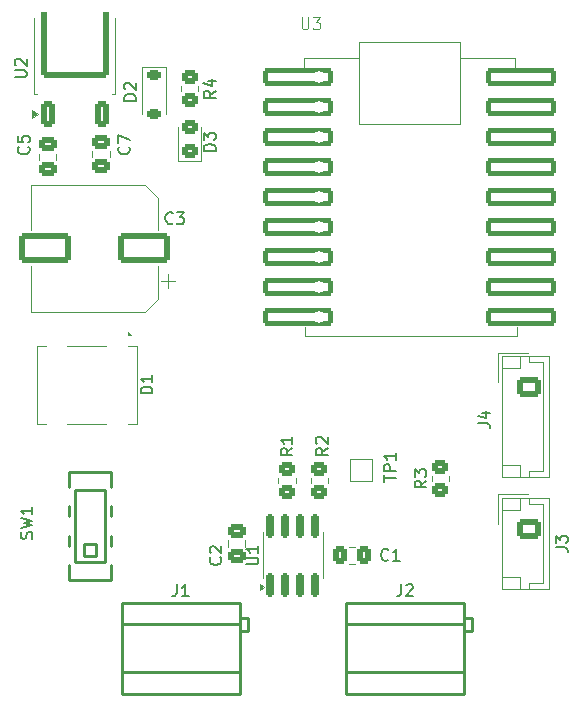
<source format=gbr>
%TF.GenerationSoftware,KiCad,Pcbnew,9.0.2*%
%TF.CreationDate,2025-07-25T15:36:06+01:00*%
%TF.ProjectId,doorbell_pcb_v2,646f6f72-6265-46c6-9c5f-7063625f7632,rev?*%
%TF.SameCoordinates,Original*%
%TF.FileFunction,Legend,Top*%
%TF.FilePolarity,Positive*%
%FSLAX46Y46*%
G04 Gerber Fmt 4.6, Leading zero omitted, Abs format (unit mm)*
G04 Created by KiCad (PCBNEW 9.0.2) date 2025-07-25 15:36:06*
%MOMM*%
%LPD*%
G01*
G04 APERTURE LIST*
G04 Aperture macros list*
%AMRoundRect*
0 Rectangle with rounded corners*
0 $1 Rounding radius*
0 $2 $3 $4 $5 $6 $7 $8 $9 X,Y pos of 4 corners*
0 Add a 4 corners polygon primitive as box body*
4,1,4,$2,$3,$4,$5,$6,$7,$8,$9,$2,$3,0*
0 Add four circle primitives for the rounded corners*
1,1,$1+$1,$2,$3*
1,1,$1+$1,$4,$5*
1,1,$1+$1,$6,$7*
1,1,$1+$1,$8,$9*
0 Add four rect primitives between the rounded corners*
20,1,$1+$1,$2,$3,$4,$5,0*
20,1,$1+$1,$4,$5,$6,$7,0*
20,1,$1+$1,$6,$7,$8,$9,0*
20,1,$1+$1,$8,$9,$2,$3,0*%
G04 Aperture macros list end*
%ADD10C,0.150000*%
%ADD11C,0.100000*%
%ADD12C,0.120000*%
%ADD13C,0.250000*%
%ADD14RoundRect,0.250000X0.475000X-0.337500X0.475000X0.337500X-0.475000X0.337500X-0.475000X-0.337500X0*%
%ADD15RoundRect,0.250000X0.450000X-0.350000X0.450000X0.350000X-0.450000X0.350000X-0.450000X-0.350000X0*%
%ADD16C,4.400000*%
%ADD17RoundRect,0.250000X-0.337500X-0.475000X0.337500X-0.475000X0.337500X0.475000X-0.337500X0.475000X0*%
%ADD18RoundRect,0.250000X-0.750000X0.600000X-0.750000X-0.600000X0.750000X-0.600000X0.750000X0.600000X0*%
%ADD19O,2.000000X1.700000*%
%ADD20RoundRect,0.250000X0.450000X-0.325000X0.450000X0.325000X-0.450000X0.325000X-0.450000X-0.325000X0*%
%ADD21RoundRect,0.250000X1.950000X1.000000X-1.950000X1.000000X-1.950000X-1.000000X1.950000X-1.000000X0*%
%ADD22R,2.000000X1.200000*%
%ADD23R,1.300000X1.500000*%
%ADD24RoundRect,0.150000X0.150000X-0.825000X0.150000X0.825000X-0.150000X0.825000X-0.150000X-0.825000X0*%
%ADD25C,2.200000*%
%ADD26RoundRect,0.250000X-0.475000X0.337500X-0.475000X-0.337500X0.475000X-0.337500X0.475000X0.337500X0*%
%ADD27RoundRect,0.250000X0.350000X-0.850000X0.350000X0.850000X-0.350000X0.850000X-0.350000X-0.850000X0*%
%ADD28RoundRect,0.249997X2.650003X-2.950003X2.650003X2.950003X-2.650003X2.950003X-2.650003X-2.950003X0*%
%ADD29RoundRect,0.250000X-0.725000X0.600000X-0.725000X-0.600000X0.725000X-0.600000X0.725000X0.600000X0*%
%ADD30O,1.950000X1.700000*%
%ADD31RoundRect,0.225000X2.775000X0.525000X-2.775000X0.525000X-2.775000X-0.525000X2.775000X-0.525000X0*%
%ADD32C,1.000000*%
%ADD33RoundRect,0.225000X-2.775000X-0.525000X2.775000X-0.525000X2.775000X0.525000X-2.775000X0.525000X0*%
%ADD34RoundRect,0.250000X-0.450000X0.350000X-0.450000X-0.350000X0.450000X-0.350000X0.450000X0.350000X0*%
%ADD35R,1.500000X1.500000*%
%ADD36RoundRect,0.225000X-0.375000X0.225000X-0.375000X-0.225000X0.375000X-0.225000X0.375000X0.225000X0*%
G04 APERTURE END LIST*
D10*
X143859580Y-116166666D02*
X143907200Y-116214285D01*
X143907200Y-116214285D02*
X143954819Y-116357142D01*
X143954819Y-116357142D02*
X143954819Y-116452380D01*
X143954819Y-116452380D02*
X143907200Y-116595237D01*
X143907200Y-116595237D02*
X143811961Y-116690475D01*
X143811961Y-116690475D02*
X143716723Y-116738094D01*
X143716723Y-116738094D02*
X143526247Y-116785713D01*
X143526247Y-116785713D02*
X143383390Y-116785713D01*
X143383390Y-116785713D02*
X143192914Y-116738094D01*
X143192914Y-116738094D02*
X143097676Y-116690475D01*
X143097676Y-116690475D02*
X143002438Y-116595237D01*
X143002438Y-116595237D02*
X142954819Y-116452380D01*
X142954819Y-116452380D02*
X142954819Y-116357142D01*
X142954819Y-116357142D02*
X143002438Y-116214285D01*
X143002438Y-116214285D02*
X143050057Y-116166666D01*
X143050057Y-115785713D02*
X143002438Y-115738094D01*
X143002438Y-115738094D02*
X142954819Y-115642856D01*
X142954819Y-115642856D02*
X142954819Y-115404761D01*
X142954819Y-115404761D02*
X143002438Y-115309523D01*
X143002438Y-115309523D02*
X143050057Y-115261904D01*
X143050057Y-115261904D02*
X143145295Y-115214285D01*
X143145295Y-115214285D02*
X143240533Y-115214285D01*
X143240533Y-115214285D02*
X143383390Y-115261904D01*
X143383390Y-115261904D02*
X143954819Y-115833332D01*
X143954819Y-115833332D02*
X143954819Y-115214285D01*
X143454819Y-76666666D02*
X142978628Y-76999999D01*
X143454819Y-77238094D02*
X142454819Y-77238094D01*
X142454819Y-77238094D02*
X142454819Y-76857142D01*
X142454819Y-76857142D02*
X142502438Y-76761904D01*
X142502438Y-76761904D02*
X142550057Y-76714285D01*
X142550057Y-76714285D02*
X142645295Y-76666666D01*
X142645295Y-76666666D02*
X142788152Y-76666666D01*
X142788152Y-76666666D02*
X142883390Y-76714285D01*
X142883390Y-76714285D02*
X142931009Y-76761904D01*
X142931009Y-76761904D02*
X142978628Y-76857142D01*
X142978628Y-76857142D02*
X142978628Y-77238094D01*
X142788152Y-75809523D02*
X143454819Y-75809523D01*
X142407200Y-76047618D02*
X143121485Y-76285713D01*
X143121485Y-76285713D02*
X143121485Y-75666666D01*
X161304819Y-109666666D02*
X160828628Y-109999999D01*
X161304819Y-110238094D02*
X160304819Y-110238094D01*
X160304819Y-110238094D02*
X160304819Y-109857142D01*
X160304819Y-109857142D02*
X160352438Y-109761904D01*
X160352438Y-109761904D02*
X160400057Y-109714285D01*
X160400057Y-109714285D02*
X160495295Y-109666666D01*
X160495295Y-109666666D02*
X160638152Y-109666666D01*
X160638152Y-109666666D02*
X160733390Y-109714285D01*
X160733390Y-109714285D02*
X160781009Y-109761904D01*
X160781009Y-109761904D02*
X160828628Y-109857142D01*
X160828628Y-109857142D02*
X160828628Y-110238094D01*
X160304819Y-109333332D02*
X160304819Y-108714285D01*
X160304819Y-108714285D02*
X160685771Y-109047618D01*
X160685771Y-109047618D02*
X160685771Y-108904761D01*
X160685771Y-108904761D02*
X160733390Y-108809523D01*
X160733390Y-108809523D02*
X160781009Y-108761904D01*
X160781009Y-108761904D02*
X160876247Y-108714285D01*
X160876247Y-108714285D02*
X161114342Y-108714285D01*
X161114342Y-108714285D02*
X161209580Y-108761904D01*
X161209580Y-108761904D02*
X161257200Y-108809523D01*
X161257200Y-108809523D02*
X161304819Y-108904761D01*
X161304819Y-108904761D02*
X161304819Y-109190475D01*
X161304819Y-109190475D02*
X161257200Y-109285713D01*
X161257200Y-109285713D02*
X161209580Y-109333332D01*
X149954819Y-106916666D02*
X149478628Y-107249999D01*
X149954819Y-107488094D02*
X148954819Y-107488094D01*
X148954819Y-107488094D02*
X148954819Y-107107142D01*
X148954819Y-107107142D02*
X149002438Y-107011904D01*
X149002438Y-107011904D02*
X149050057Y-106964285D01*
X149050057Y-106964285D02*
X149145295Y-106916666D01*
X149145295Y-106916666D02*
X149288152Y-106916666D01*
X149288152Y-106916666D02*
X149383390Y-106964285D01*
X149383390Y-106964285D02*
X149431009Y-107011904D01*
X149431009Y-107011904D02*
X149478628Y-107107142D01*
X149478628Y-107107142D02*
X149478628Y-107488094D01*
X149954819Y-105964285D02*
X149954819Y-106535713D01*
X149954819Y-106249999D02*
X148954819Y-106249999D01*
X148954819Y-106249999D02*
X149097676Y-106345237D01*
X149097676Y-106345237D02*
X149192914Y-106440475D01*
X149192914Y-106440475D02*
X149240533Y-106535713D01*
X158083333Y-116359580D02*
X158035714Y-116407200D01*
X158035714Y-116407200D02*
X157892857Y-116454819D01*
X157892857Y-116454819D02*
X157797619Y-116454819D01*
X157797619Y-116454819D02*
X157654762Y-116407200D01*
X157654762Y-116407200D02*
X157559524Y-116311961D01*
X157559524Y-116311961D02*
X157511905Y-116216723D01*
X157511905Y-116216723D02*
X157464286Y-116026247D01*
X157464286Y-116026247D02*
X157464286Y-115883390D01*
X157464286Y-115883390D02*
X157511905Y-115692914D01*
X157511905Y-115692914D02*
X157559524Y-115597676D01*
X157559524Y-115597676D02*
X157654762Y-115502438D01*
X157654762Y-115502438D02*
X157797619Y-115454819D01*
X157797619Y-115454819D02*
X157892857Y-115454819D01*
X157892857Y-115454819D02*
X158035714Y-115502438D01*
X158035714Y-115502438D02*
X158083333Y-115550057D01*
X159035714Y-116454819D02*
X158464286Y-116454819D01*
X158750000Y-116454819D02*
X158750000Y-115454819D01*
X158750000Y-115454819D02*
X158654762Y-115597676D01*
X158654762Y-115597676D02*
X158559524Y-115692914D01*
X158559524Y-115692914D02*
X158464286Y-115740533D01*
X172254819Y-115333333D02*
X172969104Y-115333333D01*
X172969104Y-115333333D02*
X173111961Y-115380952D01*
X173111961Y-115380952D02*
X173207200Y-115476190D01*
X173207200Y-115476190D02*
X173254819Y-115619047D01*
X173254819Y-115619047D02*
X173254819Y-115714285D01*
X172254819Y-114952380D02*
X172254819Y-114333333D01*
X172254819Y-114333333D02*
X172635771Y-114666666D01*
X172635771Y-114666666D02*
X172635771Y-114523809D01*
X172635771Y-114523809D02*
X172683390Y-114428571D01*
X172683390Y-114428571D02*
X172731009Y-114380952D01*
X172731009Y-114380952D02*
X172826247Y-114333333D01*
X172826247Y-114333333D02*
X173064342Y-114333333D01*
X173064342Y-114333333D02*
X173159580Y-114380952D01*
X173159580Y-114380952D02*
X173207200Y-114428571D01*
X173207200Y-114428571D02*
X173254819Y-114523809D01*
X173254819Y-114523809D02*
X173254819Y-114809523D01*
X173254819Y-114809523D02*
X173207200Y-114904761D01*
X173207200Y-114904761D02*
X173159580Y-114952380D01*
X143454819Y-81738094D02*
X142454819Y-81738094D01*
X142454819Y-81738094D02*
X142454819Y-81499999D01*
X142454819Y-81499999D02*
X142502438Y-81357142D01*
X142502438Y-81357142D02*
X142597676Y-81261904D01*
X142597676Y-81261904D02*
X142692914Y-81214285D01*
X142692914Y-81214285D02*
X142883390Y-81166666D01*
X142883390Y-81166666D02*
X143026247Y-81166666D01*
X143026247Y-81166666D02*
X143216723Y-81214285D01*
X143216723Y-81214285D02*
X143311961Y-81261904D01*
X143311961Y-81261904D02*
X143407200Y-81357142D01*
X143407200Y-81357142D02*
X143454819Y-81499999D01*
X143454819Y-81499999D02*
X143454819Y-81738094D01*
X142454819Y-80833332D02*
X142454819Y-80214285D01*
X142454819Y-80214285D02*
X142835771Y-80547618D01*
X142835771Y-80547618D02*
X142835771Y-80404761D01*
X142835771Y-80404761D02*
X142883390Y-80309523D01*
X142883390Y-80309523D02*
X142931009Y-80261904D01*
X142931009Y-80261904D02*
X143026247Y-80214285D01*
X143026247Y-80214285D02*
X143264342Y-80214285D01*
X143264342Y-80214285D02*
X143359580Y-80261904D01*
X143359580Y-80261904D02*
X143407200Y-80309523D01*
X143407200Y-80309523D02*
X143454819Y-80404761D01*
X143454819Y-80404761D02*
X143454819Y-80690475D01*
X143454819Y-80690475D02*
X143407200Y-80785713D01*
X143407200Y-80785713D02*
X143359580Y-80833332D01*
X139833333Y-87859580D02*
X139785714Y-87907200D01*
X139785714Y-87907200D02*
X139642857Y-87954819D01*
X139642857Y-87954819D02*
X139547619Y-87954819D01*
X139547619Y-87954819D02*
X139404762Y-87907200D01*
X139404762Y-87907200D02*
X139309524Y-87811961D01*
X139309524Y-87811961D02*
X139261905Y-87716723D01*
X139261905Y-87716723D02*
X139214286Y-87526247D01*
X139214286Y-87526247D02*
X139214286Y-87383390D01*
X139214286Y-87383390D02*
X139261905Y-87192914D01*
X139261905Y-87192914D02*
X139309524Y-87097676D01*
X139309524Y-87097676D02*
X139404762Y-87002438D01*
X139404762Y-87002438D02*
X139547619Y-86954819D01*
X139547619Y-86954819D02*
X139642857Y-86954819D01*
X139642857Y-86954819D02*
X139785714Y-87002438D01*
X139785714Y-87002438D02*
X139833333Y-87050057D01*
X140166667Y-86954819D02*
X140785714Y-86954819D01*
X140785714Y-86954819D02*
X140452381Y-87335771D01*
X140452381Y-87335771D02*
X140595238Y-87335771D01*
X140595238Y-87335771D02*
X140690476Y-87383390D01*
X140690476Y-87383390D02*
X140738095Y-87431009D01*
X140738095Y-87431009D02*
X140785714Y-87526247D01*
X140785714Y-87526247D02*
X140785714Y-87764342D01*
X140785714Y-87764342D02*
X140738095Y-87859580D01*
X140738095Y-87859580D02*
X140690476Y-87907200D01*
X140690476Y-87907200D02*
X140595238Y-87954819D01*
X140595238Y-87954819D02*
X140309524Y-87954819D01*
X140309524Y-87954819D02*
X140214286Y-87907200D01*
X140214286Y-87907200D02*
X140166667Y-87859580D01*
X127907200Y-114583332D02*
X127954819Y-114440475D01*
X127954819Y-114440475D02*
X127954819Y-114202380D01*
X127954819Y-114202380D02*
X127907200Y-114107142D01*
X127907200Y-114107142D02*
X127859580Y-114059523D01*
X127859580Y-114059523D02*
X127764342Y-114011904D01*
X127764342Y-114011904D02*
X127669104Y-114011904D01*
X127669104Y-114011904D02*
X127573866Y-114059523D01*
X127573866Y-114059523D02*
X127526247Y-114107142D01*
X127526247Y-114107142D02*
X127478628Y-114202380D01*
X127478628Y-114202380D02*
X127431009Y-114392856D01*
X127431009Y-114392856D02*
X127383390Y-114488094D01*
X127383390Y-114488094D02*
X127335771Y-114535713D01*
X127335771Y-114535713D02*
X127240533Y-114583332D01*
X127240533Y-114583332D02*
X127145295Y-114583332D01*
X127145295Y-114583332D02*
X127050057Y-114535713D01*
X127050057Y-114535713D02*
X127002438Y-114488094D01*
X127002438Y-114488094D02*
X126954819Y-114392856D01*
X126954819Y-114392856D02*
X126954819Y-114154761D01*
X126954819Y-114154761D02*
X127002438Y-114011904D01*
X126954819Y-113678570D02*
X127954819Y-113440475D01*
X127954819Y-113440475D02*
X127240533Y-113249999D01*
X127240533Y-113249999D02*
X127954819Y-113059523D01*
X127954819Y-113059523D02*
X126954819Y-112821428D01*
X127954819Y-111916666D02*
X127954819Y-112488094D01*
X127954819Y-112202380D02*
X126954819Y-112202380D01*
X126954819Y-112202380D02*
X127097676Y-112297618D01*
X127097676Y-112297618D02*
X127192914Y-112392856D01*
X127192914Y-112392856D02*
X127240533Y-112488094D01*
X138104819Y-102288094D02*
X137104819Y-102288094D01*
X137104819Y-102288094D02*
X137104819Y-102049999D01*
X137104819Y-102049999D02*
X137152438Y-101907142D01*
X137152438Y-101907142D02*
X137247676Y-101811904D01*
X137247676Y-101811904D02*
X137342914Y-101764285D01*
X137342914Y-101764285D02*
X137533390Y-101716666D01*
X137533390Y-101716666D02*
X137676247Y-101716666D01*
X137676247Y-101716666D02*
X137866723Y-101764285D01*
X137866723Y-101764285D02*
X137961961Y-101811904D01*
X137961961Y-101811904D02*
X138057200Y-101907142D01*
X138057200Y-101907142D02*
X138104819Y-102049999D01*
X138104819Y-102049999D02*
X138104819Y-102288094D01*
X138104819Y-100764285D02*
X138104819Y-101335713D01*
X138104819Y-101049999D02*
X137104819Y-101049999D01*
X137104819Y-101049999D02*
X137247676Y-101145237D01*
X137247676Y-101145237D02*
X137342914Y-101240475D01*
X137342914Y-101240475D02*
X137390533Y-101335713D01*
X146054819Y-116761904D02*
X146864342Y-116761904D01*
X146864342Y-116761904D02*
X146959580Y-116714285D01*
X146959580Y-116714285D02*
X147007200Y-116666666D01*
X147007200Y-116666666D02*
X147054819Y-116571428D01*
X147054819Y-116571428D02*
X147054819Y-116380952D01*
X147054819Y-116380952D02*
X147007200Y-116285714D01*
X147007200Y-116285714D02*
X146959580Y-116238095D01*
X146959580Y-116238095D02*
X146864342Y-116190476D01*
X146864342Y-116190476D02*
X146054819Y-116190476D01*
X147054819Y-115190476D02*
X147054819Y-115761904D01*
X147054819Y-115476190D02*
X146054819Y-115476190D01*
X146054819Y-115476190D02*
X146197676Y-115571428D01*
X146197676Y-115571428D02*
X146292914Y-115666666D01*
X146292914Y-115666666D02*
X146340533Y-115761904D01*
X140166666Y-118454819D02*
X140166666Y-119169104D01*
X140166666Y-119169104D02*
X140119047Y-119311961D01*
X140119047Y-119311961D02*
X140023809Y-119407200D01*
X140023809Y-119407200D02*
X139880952Y-119454819D01*
X139880952Y-119454819D02*
X139785714Y-119454819D01*
X141166666Y-119454819D02*
X140595238Y-119454819D01*
X140880952Y-119454819D02*
X140880952Y-118454819D01*
X140880952Y-118454819D02*
X140785714Y-118597676D01*
X140785714Y-118597676D02*
X140690476Y-118692914D01*
X140690476Y-118692914D02*
X140595238Y-118740533D01*
X159166666Y-118454819D02*
X159166666Y-119169104D01*
X159166666Y-119169104D02*
X159119047Y-119311961D01*
X159119047Y-119311961D02*
X159023809Y-119407200D01*
X159023809Y-119407200D02*
X158880952Y-119454819D01*
X158880952Y-119454819D02*
X158785714Y-119454819D01*
X159595238Y-118550057D02*
X159642857Y-118502438D01*
X159642857Y-118502438D02*
X159738095Y-118454819D01*
X159738095Y-118454819D02*
X159976190Y-118454819D01*
X159976190Y-118454819D02*
X160071428Y-118502438D01*
X160071428Y-118502438D02*
X160119047Y-118550057D01*
X160119047Y-118550057D02*
X160166666Y-118645295D01*
X160166666Y-118645295D02*
X160166666Y-118740533D01*
X160166666Y-118740533D02*
X160119047Y-118883390D01*
X160119047Y-118883390D02*
X159547619Y-119454819D01*
X159547619Y-119454819D02*
X160166666Y-119454819D01*
X127609580Y-81416666D02*
X127657200Y-81464285D01*
X127657200Y-81464285D02*
X127704819Y-81607142D01*
X127704819Y-81607142D02*
X127704819Y-81702380D01*
X127704819Y-81702380D02*
X127657200Y-81845237D01*
X127657200Y-81845237D02*
X127561961Y-81940475D01*
X127561961Y-81940475D02*
X127466723Y-81988094D01*
X127466723Y-81988094D02*
X127276247Y-82035713D01*
X127276247Y-82035713D02*
X127133390Y-82035713D01*
X127133390Y-82035713D02*
X126942914Y-81988094D01*
X126942914Y-81988094D02*
X126847676Y-81940475D01*
X126847676Y-81940475D02*
X126752438Y-81845237D01*
X126752438Y-81845237D02*
X126704819Y-81702380D01*
X126704819Y-81702380D02*
X126704819Y-81607142D01*
X126704819Y-81607142D02*
X126752438Y-81464285D01*
X126752438Y-81464285D02*
X126800057Y-81416666D01*
X126704819Y-80511904D02*
X126704819Y-80988094D01*
X126704819Y-80988094D02*
X127181009Y-81035713D01*
X127181009Y-81035713D02*
X127133390Y-80988094D01*
X127133390Y-80988094D02*
X127085771Y-80892856D01*
X127085771Y-80892856D02*
X127085771Y-80654761D01*
X127085771Y-80654761D02*
X127133390Y-80559523D01*
X127133390Y-80559523D02*
X127181009Y-80511904D01*
X127181009Y-80511904D02*
X127276247Y-80464285D01*
X127276247Y-80464285D02*
X127514342Y-80464285D01*
X127514342Y-80464285D02*
X127609580Y-80511904D01*
X127609580Y-80511904D02*
X127657200Y-80559523D01*
X127657200Y-80559523D02*
X127704819Y-80654761D01*
X127704819Y-80654761D02*
X127704819Y-80892856D01*
X127704819Y-80892856D02*
X127657200Y-80988094D01*
X127657200Y-80988094D02*
X127609580Y-81035713D01*
X136109580Y-81416666D02*
X136157200Y-81464285D01*
X136157200Y-81464285D02*
X136204819Y-81607142D01*
X136204819Y-81607142D02*
X136204819Y-81702380D01*
X136204819Y-81702380D02*
X136157200Y-81845237D01*
X136157200Y-81845237D02*
X136061961Y-81940475D01*
X136061961Y-81940475D02*
X135966723Y-81988094D01*
X135966723Y-81988094D02*
X135776247Y-82035713D01*
X135776247Y-82035713D02*
X135633390Y-82035713D01*
X135633390Y-82035713D02*
X135442914Y-81988094D01*
X135442914Y-81988094D02*
X135347676Y-81940475D01*
X135347676Y-81940475D02*
X135252438Y-81845237D01*
X135252438Y-81845237D02*
X135204819Y-81702380D01*
X135204819Y-81702380D02*
X135204819Y-81607142D01*
X135204819Y-81607142D02*
X135252438Y-81464285D01*
X135252438Y-81464285D02*
X135300057Y-81416666D01*
X135204819Y-81083332D02*
X135204819Y-80416666D01*
X135204819Y-80416666D02*
X136204819Y-80845237D01*
X126454819Y-75511904D02*
X127264342Y-75511904D01*
X127264342Y-75511904D02*
X127359580Y-75464285D01*
X127359580Y-75464285D02*
X127407200Y-75416666D01*
X127407200Y-75416666D02*
X127454819Y-75321428D01*
X127454819Y-75321428D02*
X127454819Y-75130952D01*
X127454819Y-75130952D02*
X127407200Y-75035714D01*
X127407200Y-75035714D02*
X127359580Y-74988095D01*
X127359580Y-74988095D02*
X127264342Y-74940476D01*
X127264342Y-74940476D02*
X126454819Y-74940476D01*
X126550057Y-74511904D02*
X126502438Y-74464285D01*
X126502438Y-74464285D02*
X126454819Y-74369047D01*
X126454819Y-74369047D02*
X126454819Y-74130952D01*
X126454819Y-74130952D02*
X126502438Y-74035714D01*
X126502438Y-74035714D02*
X126550057Y-73988095D01*
X126550057Y-73988095D02*
X126645295Y-73940476D01*
X126645295Y-73940476D02*
X126740533Y-73940476D01*
X126740533Y-73940476D02*
X126883390Y-73988095D01*
X126883390Y-73988095D02*
X127454819Y-74559523D01*
X127454819Y-74559523D02*
X127454819Y-73940476D01*
X165704819Y-104833333D02*
X166419104Y-104833333D01*
X166419104Y-104833333D02*
X166561961Y-104880952D01*
X166561961Y-104880952D02*
X166657200Y-104976190D01*
X166657200Y-104976190D02*
X166704819Y-105119047D01*
X166704819Y-105119047D02*
X166704819Y-105214285D01*
X166038152Y-103928571D02*
X166704819Y-103928571D01*
X165657200Y-104166666D02*
X166371485Y-104404761D01*
X166371485Y-104404761D02*
X166371485Y-103785714D01*
D11*
X150738095Y-70457419D02*
X150738095Y-71266942D01*
X150738095Y-71266942D02*
X150785714Y-71362180D01*
X150785714Y-71362180D02*
X150833333Y-71409800D01*
X150833333Y-71409800D02*
X150928571Y-71457419D01*
X150928571Y-71457419D02*
X151119047Y-71457419D01*
X151119047Y-71457419D02*
X151214285Y-71409800D01*
X151214285Y-71409800D02*
X151261904Y-71362180D01*
X151261904Y-71362180D02*
X151309523Y-71266942D01*
X151309523Y-71266942D02*
X151309523Y-70457419D01*
X151690476Y-70457419D02*
X152309523Y-70457419D01*
X152309523Y-70457419D02*
X151976190Y-70838371D01*
X151976190Y-70838371D02*
X152119047Y-70838371D01*
X152119047Y-70838371D02*
X152214285Y-70885990D01*
X152214285Y-70885990D02*
X152261904Y-70933609D01*
X152261904Y-70933609D02*
X152309523Y-71028847D01*
X152309523Y-71028847D02*
X152309523Y-71266942D01*
X152309523Y-71266942D02*
X152261904Y-71362180D01*
X152261904Y-71362180D02*
X152214285Y-71409800D01*
X152214285Y-71409800D02*
X152119047Y-71457419D01*
X152119047Y-71457419D02*
X151833333Y-71457419D01*
X151833333Y-71457419D02*
X151738095Y-71409800D01*
X151738095Y-71409800D02*
X151690476Y-71362180D01*
D10*
X152954819Y-106916666D02*
X152478628Y-107249999D01*
X152954819Y-107488094D02*
X151954819Y-107488094D01*
X151954819Y-107488094D02*
X151954819Y-107107142D01*
X151954819Y-107107142D02*
X152002438Y-107011904D01*
X152002438Y-107011904D02*
X152050057Y-106964285D01*
X152050057Y-106964285D02*
X152145295Y-106916666D01*
X152145295Y-106916666D02*
X152288152Y-106916666D01*
X152288152Y-106916666D02*
X152383390Y-106964285D01*
X152383390Y-106964285D02*
X152431009Y-107011904D01*
X152431009Y-107011904D02*
X152478628Y-107107142D01*
X152478628Y-107107142D02*
X152478628Y-107488094D01*
X152050057Y-106535713D02*
X152002438Y-106488094D01*
X152002438Y-106488094D02*
X151954819Y-106392856D01*
X151954819Y-106392856D02*
X151954819Y-106154761D01*
X151954819Y-106154761D02*
X152002438Y-106059523D01*
X152002438Y-106059523D02*
X152050057Y-106011904D01*
X152050057Y-106011904D02*
X152145295Y-105964285D01*
X152145295Y-105964285D02*
X152240533Y-105964285D01*
X152240533Y-105964285D02*
X152383390Y-106011904D01*
X152383390Y-106011904D02*
X152954819Y-106583332D01*
X152954819Y-106583332D02*
X152954819Y-105964285D01*
X157704819Y-109761904D02*
X157704819Y-109190476D01*
X158704819Y-109476190D02*
X157704819Y-109476190D01*
X158704819Y-108857142D02*
X157704819Y-108857142D01*
X157704819Y-108857142D02*
X157704819Y-108476190D01*
X157704819Y-108476190D02*
X157752438Y-108380952D01*
X157752438Y-108380952D02*
X157800057Y-108333333D01*
X157800057Y-108333333D02*
X157895295Y-108285714D01*
X157895295Y-108285714D02*
X158038152Y-108285714D01*
X158038152Y-108285714D02*
X158133390Y-108333333D01*
X158133390Y-108333333D02*
X158181009Y-108380952D01*
X158181009Y-108380952D02*
X158228628Y-108476190D01*
X158228628Y-108476190D02*
X158228628Y-108857142D01*
X158704819Y-107333333D02*
X158704819Y-107904761D01*
X158704819Y-107619047D02*
X157704819Y-107619047D01*
X157704819Y-107619047D02*
X157847676Y-107714285D01*
X157847676Y-107714285D02*
X157942914Y-107809523D01*
X157942914Y-107809523D02*
X157990533Y-107904761D01*
X136704819Y-77488094D02*
X135704819Y-77488094D01*
X135704819Y-77488094D02*
X135704819Y-77249999D01*
X135704819Y-77249999D02*
X135752438Y-77107142D01*
X135752438Y-77107142D02*
X135847676Y-77011904D01*
X135847676Y-77011904D02*
X135942914Y-76964285D01*
X135942914Y-76964285D02*
X136133390Y-76916666D01*
X136133390Y-76916666D02*
X136276247Y-76916666D01*
X136276247Y-76916666D02*
X136466723Y-76964285D01*
X136466723Y-76964285D02*
X136561961Y-77011904D01*
X136561961Y-77011904D02*
X136657200Y-77107142D01*
X136657200Y-77107142D02*
X136704819Y-77249999D01*
X136704819Y-77249999D02*
X136704819Y-77488094D01*
X135800057Y-76535713D02*
X135752438Y-76488094D01*
X135752438Y-76488094D02*
X135704819Y-76392856D01*
X135704819Y-76392856D02*
X135704819Y-76154761D01*
X135704819Y-76154761D02*
X135752438Y-76059523D01*
X135752438Y-76059523D02*
X135800057Y-76011904D01*
X135800057Y-76011904D02*
X135895295Y-75964285D01*
X135895295Y-75964285D02*
X135990533Y-75964285D01*
X135990533Y-75964285D02*
X136133390Y-76011904D01*
X136133390Y-76011904D02*
X136704819Y-76583332D01*
X136704819Y-76583332D02*
X136704819Y-75964285D01*
D12*
%TO.C,C2*%
X144515000Y-115261252D02*
X144515000Y-114738748D01*
X145985000Y-115261252D02*
X145985000Y-114738748D01*
%TO.C,R4*%
X140515000Y-76702064D02*
X140515000Y-76247936D01*
X141985000Y-76702064D02*
X141985000Y-76247936D01*
%TO.C,R3*%
X161765000Y-109727064D02*
X161765000Y-109272936D01*
X163235000Y-109727064D02*
X163235000Y-109272936D01*
%TO.C,R1*%
X148765000Y-109889564D02*
X148765000Y-109435436D01*
X150235000Y-109889564D02*
X150235000Y-109435436D01*
%TO.C,C1*%
X154738748Y-115265000D02*
X155261252Y-115265000D01*
X154738748Y-116735000D02*
X155261252Y-116735000D01*
%TO.C,J3*%
X167390000Y-110840000D02*
X167390000Y-113340000D01*
X167690000Y-111140000D02*
X167690000Y-118860000D01*
X167690000Y-118860000D02*
X171710000Y-118860000D01*
X169190000Y-111140000D02*
X169190000Y-112140000D01*
X169190000Y-112140000D02*
X167690000Y-112140000D01*
X169190000Y-117860000D02*
X167690000Y-117860000D01*
X169190000Y-118860000D02*
X169190000Y-117860000D01*
X169890000Y-110840000D02*
X167390000Y-110840000D01*
X170000000Y-111140000D02*
X170000000Y-111640000D01*
X170000000Y-111640000D02*
X171210000Y-111640000D01*
X170000000Y-118360000D02*
X170000000Y-118860000D01*
X171210000Y-111640000D02*
X171210000Y-118360000D01*
X171210000Y-118360000D02*
X170000000Y-118360000D01*
X171710000Y-111140000D02*
X167690000Y-111140000D01*
X171710000Y-118860000D02*
X171710000Y-111140000D01*
%TO.C,D3*%
X140290000Y-79725000D02*
X140290000Y-82585000D01*
X140290000Y-82585000D02*
X142210000Y-82585000D01*
X142210000Y-82585000D02*
X142210000Y-79725000D01*
%TO.C,C3*%
X127840000Y-84640000D02*
X127840000Y-88490000D01*
X127840000Y-95360000D02*
X127840000Y-91510000D01*
X137495563Y-84640000D02*
X127840000Y-84640000D01*
X137495563Y-95360000D02*
X127840000Y-95360000D01*
X138560000Y-85704437D02*
X137495563Y-84640000D01*
X138560000Y-85704437D02*
X138560000Y-88490000D01*
X138560000Y-94295563D02*
X137495563Y-95360000D01*
X138560000Y-94295563D02*
X138560000Y-91510000D01*
X139425000Y-93385000D02*
X139425000Y-92135000D01*
X140050000Y-92760000D02*
X138800000Y-92760000D01*
D13*
%TO.C,SW1*%
X131050000Y-110170000D02*
X131070000Y-108930000D01*
X131050000Y-112670000D02*
X131050000Y-111830000D01*
X131050000Y-115170000D02*
X131050000Y-114330000D01*
X131050000Y-118100000D02*
X131050000Y-116830000D01*
X131050000Y-118100000D02*
X134630000Y-118100000D01*
X131580000Y-110450000D02*
X134120000Y-110450000D01*
X131580000Y-116550000D02*
X131580000Y-110450000D01*
X132340000Y-115020000D02*
X133360000Y-115020000D01*
X132340000Y-116040000D02*
X132340000Y-115020000D01*
X133360000Y-115020000D02*
X133360000Y-116040000D01*
X133360000Y-116040000D02*
X132340000Y-116040000D01*
X134120000Y-110450000D02*
X134120000Y-116550000D01*
X134120000Y-116550000D02*
X131580000Y-116550000D01*
X134630000Y-108930000D02*
X131050000Y-108930000D01*
X134630000Y-108930000D02*
X134630000Y-110180000D01*
X134630000Y-111820000D02*
X134630000Y-112680000D01*
X134630000Y-114320000D02*
X134630000Y-115180000D01*
X134630000Y-116820000D02*
X134630000Y-118100000D01*
D12*
%TO.C,D1*%
X128300000Y-98265000D02*
X128300000Y-104835000D01*
X128300000Y-104835000D02*
X129090000Y-104835000D01*
X129090000Y-98265000D02*
X128300000Y-98265000D01*
X134190000Y-98265000D02*
X130910000Y-98265000D01*
X134190000Y-104835000D02*
X130910000Y-104835000D01*
X136010000Y-104835000D02*
X136800000Y-104835000D01*
X136800000Y-98265000D02*
X136010000Y-98265000D01*
X136800000Y-98275000D02*
X136800000Y-104825000D01*
X136290000Y-97337500D02*
X136010000Y-97337500D01*
X136010000Y-97057500D01*
X136290000Y-97337500D01*
G36*
X136290000Y-97337500D02*
G01*
X136010000Y-97337500D01*
X136010000Y-97057500D01*
X136290000Y-97337500D01*
G37*
%TO.C,U1*%
X147440000Y-116000000D02*
X147440000Y-114050000D01*
X147440000Y-116000000D02*
X147440000Y-117950000D01*
X152560000Y-116000000D02*
X152560000Y-114050000D01*
X152560000Y-116000000D02*
X152560000Y-117950000D01*
X147535000Y-118700000D02*
X147205000Y-118940000D01*
X147205000Y-118460000D01*
X147535000Y-118700000D01*
G36*
X147535000Y-118700000D02*
G01*
X147205000Y-118940000D01*
X147205000Y-118460000D01*
X147535000Y-118700000D01*
G37*
D13*
%TO.C,J1*%
X135500000Y-120000000D02*
X135500000Y-127700000D01*
X135500000Y-120000000D02*
X145500000Y-120000000D01*
X135500000Y-121800000D02*
X145500000Y-121800000D01*
X135500000Y-125840000D02*
X145500000Y-125840000D01*
X135500000Y-127700000D02*
X145500000Y-127700000D01*
X145500000Y-120000000D02*
X145500000Y-127700000D01*
X145580000Y-121330000D02*
X146210000Y-121330000D01*
X146210000Y-121330000D02*
X146210000Y-122370000D01*
X146210000Y-122370000D02*
X145580000Y-122370000D01*
%TO.C,J2*%
X154500000Y-120000000D02*
X154500000Y-127700000D01*
X154500000Y-120000000D02*
X164500000Y-120000000D01*
X154500000Y-121800000D02*
X164500000Y-121800000D01*
X154500000Y-125840000D02*
X164500000Y-125840000D01*
X154500000Y-127700000D02*
X164500000Y-127700000D01*
X164500000Y-120000000D02*
X164500000Y-127700000D01*
X164580000Y-121330000D02*
X165210000Y-121330000D01*
X165210000Y-121330000D02*
X165210000Y-122370000D01*
X165210000Y-122370000D02*
X164580000Y-122370000D01*
D12*
%TO.C,C5*%
X128515000Y-81988748D02*
X128515000Y-82511252D01*
X129985000Y-81988748D02*
X129985000Y-82511252D01*
%TO.C,C7*%
X133015000Y-81776248D02*
X133015000Y-82298752D01*
X134485000Y-81776248D02*
X134485000Y-82298752D01*
%TO.C,U2*%
X128075000Y-70475000D02*
X128075000Y-76895000D01*
X128075000Y-76895000D02*
X128345000Y-76895000D01*
X134975000Y-70475000D02*
X134975000Y-76895000D01*
X134975000Y-76895000D02*
X134705000Y-76895000D01*
X128385000Y-78625000D02*
X127915000Y-78965000D01*
X127915000Y-78285000D01*
X128385000Y-78625000D01*
G36*
X128385000Y-78625000D02*
G01*
X127915000Y-78965000D01*
X127915000Y-78285000D01*
X128385000Y-78625000D01*
G37*
%TO.C,J4*%
X167390000Y-98840000D02*
X167390000Y-101340000D01*
X167690000Y-99140000D02*
X167690000Y-109360000D01*
X167690000Y-109360000D02*
X171710000Y-109360000D01*
X169190000Y-99140000D02*
X169190000Y-100140000D01*
X169190000Y-100140000D02*
X167690000Y-100140000D01*
X169190000Y-108360000D02*
X167690000Y-108360000D01*
X169190000Y-109360000D02*
X169190000Y-108360000D01*
X169890000Y-98840000D02*
X167390000Y-98840000D01*
X170000000Y-99140000D02*
X170000000Y-99640000D01*
X170000000Y-99640000D02*
X171210000Y-99640000D01*
X170000000Y-108860000D02*
X170000000Y-109360000D01*
X171210000Y-99640000D02*
X171210000Y-108860000D01*
X171210000Y-108860000D02*
X170000000Y-108860000D01*
X171710000Y-99140000D02*
X167690000Y-99140000D01*
X171710000Y-109360000D02*
X171710000Y-99140000D01*
D11*
%TO.C,U3*%
X150940000Y-73900000D02*
X150940000Y-74650000D01*
X150940000Y-73900000D02*
X155540000Y-73900000D01*
X151040000Y-97425000D02*
X151040000Y-96675000D01*
X151040000Y-97425000D02*
X164340000Y-97400000D01*
X168840000Y-73925000D02*
X164240000Y-73925000D01*
X168840000Y-73925000D02*
X168840000Y-74675000D01*
X168940000Y-97400000D02*
X164340000Y-97400000D01*
X168940000Y-97400000D02*
X168940000Y-96650000D01*
X155620000Y-72500000D02*
X164120000Y-72500000D01*
X164120000Y-79500000D01*
X155620000Y-79500000D01*
X155620000Y-72500000D01*
D12*
%TO.C,R2*%
X151515000Y-109435436D02*
X151515000Y-109889564D01*
X152985000Y-109435436D02*
X152985000Y-109889564D01*
%TO.C,TP1*%
X154800000Y-107800000D02*
X156700000Y-107800000D01*
X154800000Y-109700000D02*
X154800000Y-107800000D01*
X156700000Y-107800000D02*
X156700000Y-109700000D01*
X156700000Y-109700000D02*
X154800000Y-109700000D01*
%TO.C,D2*%
X137250000Y-74640000D02*
X137250000Y-78650000D01*
X139250000Y-74640000D02*
X137250000Y-74640000D01*
X139250000Y-74640000D02*
X139250000Y-78650000D01*
%TD*%
%LPC*%
D14*
%TO.C,C2*%
X145250000Y-116037500D03*
X145250000Y-113962500D03*
%TD*%
D15*
%TO.C,R4*%
X141250000Y-77475000D03*
X141250000Y-75475000D03*
%TD*%
%TO.C,R3*%
X162500000Y-110500000D03*
X162500000Y-108500000D03*
%TD*%
D16*
%TO.C,H2*%
X170000000Y-60000000D03*
%TD*%
D15*
%TO.C,R1*%
X149500000Y-110662500D03*
X149500000Y-108662500D03*
%TD*%
D17*
%TO.C,C1*%
X153962500Y-116000000D03*
X156037500Y-116000000D03*
%TD*%
D18*
%TO.C,J3*%
X170000000Y-113750000D03*
D19*
X170000000Y-116250000D03*
%TD*%
D20*
%TO.C,D3*%
X141250000Y-81750000D03*
X141250000Y-79700000D03*
%TD*%
D21*
%TO.C,C3*%
X137400000Y-90000000D03*
X129000000Y-90000000D03*
%TD*%
D22*
%TO.C,SW1*%
X130000000Y-116000000D03*
X130000000Y-113500000D03*
X130000000Y-111000000D03*
X135700000Y-116000000D03*
X135700000Y-113500000D03*
X135700000Y-111000000D03*
%TD*%
D16*
%TO.C,H1*%
X130000000Y-60000000D03*
%TD*%
%TO.C,H4*%
X130000000Y-124000000D03*
%TD*%
D23*
%TO.C,D1*%
X135100000Y-97100000D03*
X130000000Y-97100000D03*
X130000000Y-106000000D03*
X135100000Y-106000000D03*
%TD*%
D24*
%TO.C,U1*%
X148095000Y-118475000D03*
X149365000Y-118475000D03*
X150635000Y-118475000D03*
X151905000Y-118475000D03*
X151905000Y-113525000D03*
X150635000Y-113525000D03*
X149365000Y-113525000D03*
X148095000Y-113525000D03*
%TD*%
D25*
%TO.C,J1*%
X138000000Y-124000000D03*
X143000000Y-124000000D03*
%TD*%
D16*
%TO.C,H3*%
X170000000Y-124000000D03*
%TD*%
D25*
%TO.C,J2*%
X157000000Y-124000000D03*
X162000000Y-124000000D03*
%TD*%
D26*
%TO.C,C5*%
X129250000Y-81212500D03*
X129250000Y-83287500D03*
%TD*%
%TO.C,C7*%
X133750000Y-81000000D03*
X133750000Y-83075000D03*
%TD*%
D27*
%TO.C,U2*%
X129245000Y-78625000D03*
D28*
X131525000Y-72325000D03*
D27*
X133805000Y-78625000D03*
%TD*%
D29*
%TO.C,J4*%
X170000000Y-101750000D03*
D30*
X170000000Y-104250000D03*
X170000000Y-106750000D03*
%TD*%
D31*
%TO.C,U3*%
X150440000Y-75500000D03*
D32*
X152250000Y-75500000D03*
D31*
X150440000Y-78040000D03*
D32*
X152250000Y-78040000D03*
D31*
X150440000Y-80580000D03*
D32*
X152250000Y-80580000D03*
D31*
X150440000Y-83120000D03*
D32*
X152250000Y-83120000D03*
D31*
X150440000Y-85660000D03*
D32*
X152250000Y-85660000D03*
D31*
X150440000Y-88200000D03*
D32*
X152250000Y-88200000D03*
D31*
X150440000Y-90740000D03*
D32*
X152250000Y-90740000D03*
D31*
X150440000Y-93280000D03*
D32*
X152250000Y-93280000D03*
D31*
X150440000Y-95820000D03*
D32*
X152250000Y-95820000D03*
X167490000Y-95820000D03*
D33*
X169300000Y-95820000D03*
D32*
X167490000Y-93280000D03*
D33*
X169300000Y-93280000D03*
D32*
X167490000Y-90740000D03*
D33*
X169300000Y-90740000D03*
D32*
X167490000Y-88200000D03*
D33*
X169300000Y-88200000D03*
D32*
X167490000Y-85660000D03*
D33*
X169300000Y-85660000D03*
D32*
X167490000Y-83120000D03*
D33*
X169300000Y-83120000D03*
D32*
X167490000Y-80580000D03*
D33*
X169300000Y-80580000D03*
D32*
X167490000Y-78040000D03*
D33*
X169300000Y-78040000D03*
D32*
X167490000Y-75500000D03*
D33*
X169300000Y-75500000D03*
%TD*%
D34*
%TO.C,R2*%
X152250000Y-108662500D03*
X152250000Y-110662500D03*
%TD*%
D35*
%TO.C,TP1*%
X155750000Y-108750000D03*
%TD*%
D36*
%TO.C,D2*%
X138250000Y-75350000D03*
X138250000Y-78650000D03*
%TD*%
G36*
X174443039Y-55519685D02*
G01*
X174488794Y-55572489D01*
X174500000Y-55624000D01*
X174500000Y-69698638D01*
X174480315Y-69765677D01*
X174463681Y-69786319D01*
X174286319Y-69963681D01*
X174224996Y-69997166D01*
X174198638Y-70000000D01*
X125624000Y-70000000D01*
X125556961Y-69980315D01*
X125511206Y-69927511D01*
X125500000Y-69876000D01*
X125500000Y-55624000D01*
X125519685Y-55556961D01*
X125572489Y-55511206D01*
X125624000Y-55500000D01*
X174376000Y-55500000D01*
X174443039Y-55519685D01*
G37*
%LPD*%
M02*

</source>
